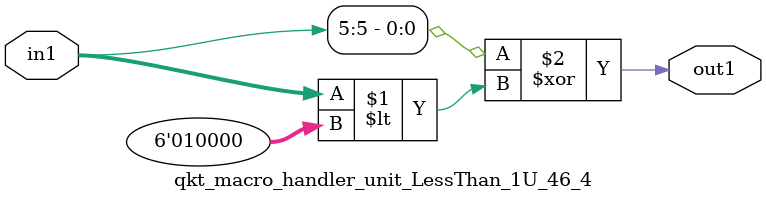
<source format=v>

`timescale 1ps / 1ps


module qkt_macro_handler_unit_LessThan_1U_46_4( in1, out1 );

    input [5:0] in1;
    output out1;

    
    // rtl_process:qkt_macro_handler_unit_LessThan_1U_46_4/qkt_macro_handler_unit_LessThan_1U_46_4_thread_1
    assign out1 = (in1[5] ^ in1 < 6'd16);

endmodule


</source>
